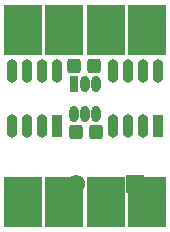
<source format=gbs>
G04 Layer_Color=16711935*
%FSLAX24Y24*%
%MOIN*%
G70*
G01*
G75*
%ADD20C,0.0612*%
%ADD21R,0.0612X0.0612*%
%ADD22C,0.0434*%
%ADD23R,0.1261X0.1655*%
G04:AMPARAMS|DCode=24|XSize=47.4mil|YSize=43.4mil|CornerRadius=8.4mil|HoleSize=0mil|Usage=FLASHONLY|Rotation=270.000|XOffset=0mil|YOffset=0mil|HoleType=Round|Shape=RoundedRectangle|*
%AMROUNDEDRECTD24*
21,1,0.0474,0.0266,0,0,270.0*
21,1,0.0305,0.0434,0,0,270.0*
1,1,0.0169,-0.0133,-0.0153*
1,1,0.0169,-0.0133,0.0153*
1,1,0.0169,0.0133,0.0153*
1,1,0.0169,0.0133,-0.0153*
%
%ADD24ROUNDEDRECTD24*%
%ADD25O,0.0363X0.0781*%
%ADD26R,0.0363X0.0781*%
%ADD27R,0.0316X0.0552*%
%ADD28O,0.0316X0.0552*%
D20*
X2441Y1575D02*
D03*
D21*
X4409Y1575D02*
D03*
D22*
X2047Y984D02*
D03*
X3425D02*
D03*
X3031Y1575D02*
D03*
X3819D02*
D03*
Y394D02*
D03*
X3031D02*
D03*
X1654Y1575D02*
D03*
Y394D02*
D03*
X2441D02*
D03*
X2047Y1378D02*
D03*
X1654Y1181D02*
D03*
Y787D02*
D03*
X2047Y591D02*
D03*
X2441Y787D02*
D03*
Y1181D02*
D03*
X3031D02*
D03*
Y787D02*
D03*
X3425Y1378D02*
D03*
X3819Y1181D02*
D03*
Y787D02*
D03*
X3425Y591D02*
D03*
X2047Y6693D02*
D03*
X3425D02*
D03*
X1654Y7283D02*
D03*
Y6102D02*
D03*
X2441D02*
D03*
Y7283D02*
D03*
X2047Y7087D02*
D03*
X1654Y6890D02*
D03*
Y6496D02*
D03*
X2047Y6299D02*
D03*
X2441Y6496D02*
D03*
Y6890D02*
D03*
X3031Y7283D02*
D03*
X3819D02*
D03*
Y6102D02*
D03*
X3031D02*
D03*
Y6496D02*
D03*
Y6890D02*
D03*
X3425Y7087D02*
D03*
X3819Y6890D02*
D03*
Y6496D02*
D03*
X3425Y6299D02*
D03*
D23*
X2047Y6693D02*
D03*
X669D02*
D03*
X3425D02*
D03*
X4803D02*
D03*
X2047Y984D02*
D03*
X669D02*
D03*
X3425D02*
D03*
X4803D02*
D03*
D24*
X3051Y5512D02*
D03*
X2382D02*
D03*
X3091Y3307D02*
D03*
X2421D02*
D03*
D25*
X311Y5346D02*
D03*
X811D02*
D03*
X1311D02*
D03*
X1811D02*
D03*
X311Y3504D02*
D03*
X811D02*
D03*
X1311D02*
D03*
X3657Y5346D02*
D03*
X4157D02*
D03*
X4657D02*
D03*
X5157D02*
D03*
X3657Y3504D02*
D03*
X4157D02*
D03*
X4657D02*
D03*
D26*
X1811D02*
D03*
X5157D02*
D03*
D27*
X2362Y4921D02*
D03*
D28*
X2736D02*
D03*
X3110D02*
D03*
X2362Y3890D02*
D03*
X2736D02*
D03*
X3110D02*
D03*
M02*

</source>
